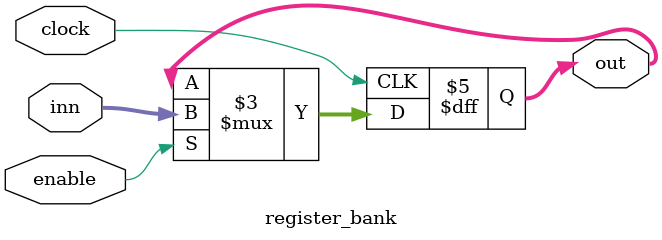
<source format=v>
module register_bank(clock, out, inn, enable);

	input enable, clock;
	input [15:0] inn;
	output reg [15:0] out;

	always @ (posedge clock)
	begin
		if(enable == 1)
			out <= inn;
	end

endmodule

</source>
